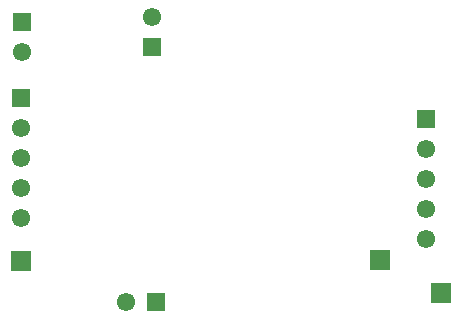
<source format=gbs>
G04 #@! TF.FileFunction,Soldermask,Bot*
%FSLAX46Y46*%
G04 Gerber Fmt 4.6, Leading zero omitted, Abs format (unit mm)*
G04 Created by KiCad (PCBNEW 4.0.4-stable) date 03/15/17 00:52:14*
%MOMM*%
%LPD*%
G01*
G04 APERTURE LIST*
%ADD10C,0.150000*%
%ADD11R,1.730000X1.730000*%
%ADD12R,1.554000X1.554000*%
%ADD13C,1.554000*%
G04 APERTURE END LIST*
D10*
D11*
X314700000Y-144350000D03*
D12*
X290570000Y-145100000D03*
D13*
X288030000Y-145100000D03*
D12*
X290250000Y-123470000D03*
D13*
X290250000Y-120930000D03*
D11*
X279200000Y-141600000D03*
D12*
X279200000Y-127770000D03*
D13*
X279200000Y-130310000D03*
X279200000Y-132850000D03*
X279200000Y-135390000D03*
X279200000Y-137930000D03*
D12*
X279300000Y-121380000D03*
D13*
X279300000Y-123920000D03*
D12*
X313450000Y-129570000D03*
D13*
X313450000Y-132110000D03*
X313450000Y-134650000D03*
X313450000Y-137190000D03*
X313450000Y-139730000D03*
D11*
X309550000Y-141550000D03*
M02*

</source>
